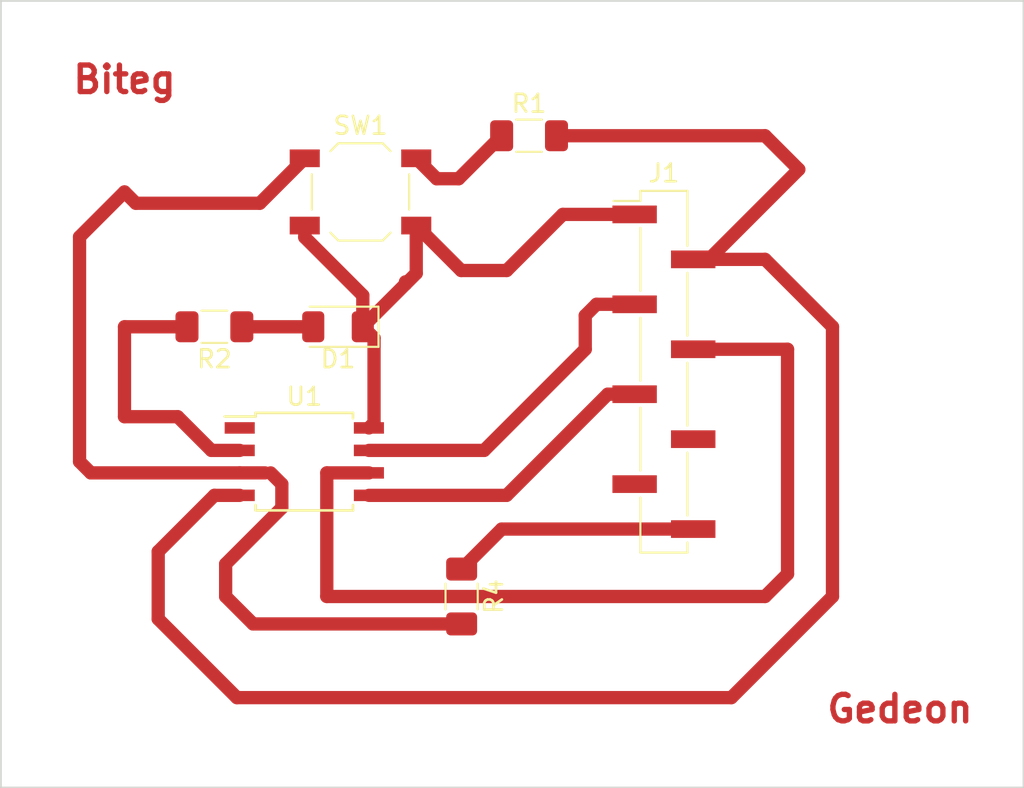
<source format=kicad_pcb>
(kicad_pcb (version 20211014) (generator pcbnew)
  (layers (0 "F.Cu" signal) (31 "B.Cu" signal) (34 "B.Paste" user) (35 "F.Paste" user) (36 "B.SilkS" user "B.Silkscreen") (37 "F.SilkS" user "F.Silkscreen") (38 "B.Mask" user) (39 "F.Mask" user) (44 "Edge.Cuts" user))
  (net 0 "")
  (net 1 "VCC")
  (net 2 "Net-(R2-Pad1)")
  (net 3 "GND")
  (net 4 "Net-(J1-Pad3)")
  (net 5 "Net-(J1-Pad4)")
  (net 6 "Net-(J1-Pad5)")
  (net 7 "Net-(R2-Pad2)")
  (net 8 "Net-(R1-Pad1)")
  (net 9 "Net-(J1-Pad8)")
  (net 10 "Net-(U1-Pad1)")
  (footprint "Button_Switch_SMD:SW_SPST_TL3342" (layer "F.Cu") (at 33.655 58.42)
    (fp_text reference "SW1" (at 0 -3.75) (layer "F.SilkS"))
    (fp_text value "SW_Push")
    (fp_line (start -1.25 -2.75) (end 1.25 -2.75) (layer "F.SilkS") (width 0.12))
    (fp_line (start 2.75 -1) (end 2.75 1) (layer "F.SilkS") (width 0.12))
    (fp_line (start -1.7 2.3) (end -1.25 2.75) (layer "F.SilkS") (width 0.12))
    (fp_line (start -2.75 -1) (end -2.75 1) (layer "F.SilkS") (width 0.12))
    (fp_line (start 1.7 2.3) (end 1.25 2.75) (layer "F.SilkS") (width 0.12))
    (fp_line (start -1.25 2.75) (end 1.25 2.75) (layer "F.SilkS") (width 0.12))
    (fp_line (start 1.7 -2.3) (end 1.25 -2.75) (layer "F.SilkS") (width 0.12))
    (fp_line (start -1.7 -2.3) (end -1.25 -2.75) (layer "F.SilkS") (width 0.12))
    (pad "1" smd rect (at 3.15 -1.9) (size 1.7 1) (layers "F.Cu" "F.Paste" "F.Mask") (net 8 "Net-(R1-Pad1)"))
    (pad "1" smd rect (at -3.15 -1.9) (size 1.7 1) (layers "F.Cu" "F.Paste" "F.Mask") (net 8 "Net-(R1-Pad1)"))
    (pad "2" smd rect (at -3.15 1.9) (size 1.7 1) (layers "F.Cu" "F.Paste" "F.Mask") (net 1 "VCC"))
    (pad "2" smd rect (at 3.15 1.9) (size 1.7 1) (layers "F.Cu" "F.Paste" "F.Mask") (net 1 "VCC"))
  )
  (footprint "Resistor_SMD:R_1206_3216Metric_Pad1.30x1.75mm_HandSolder" (layer "F.Cu") (at 39.37 81.28 -90)
    (fp_text reference "R4" (at 0 -1.82 90) (layer "F.SilkS"))
    (fp_text value "R")
    (fp_line (start -0.727064 -0.91) (end 0.727064 -0.91) (layer "F.SilkS") (width 0.12))
    (fp_line (start -0.727064 0.91) (end 0.727064 0.91) (layer "F.SilkS") (width 0.12))
    (pad "1" smd roundrect (at -1.55 0 270) (size 1.3 1.75) (layers "F.Cu" "F.Paste" "F.Mask") (roundrect_rratio 0.1923076923) (net 9 "Net-(J1-Pad8)"))
    (pad "2" smd roundrect (at 1.55 0 270) (size 1.3 1.75) (layers "F.Cu" "F.Paste" "F.Mask") (roundrect_rratio 0.1923076923) (net 8 "Net-(R1-Pad1)"))
  )
  (footprint "Resistor_SMD:R_1206_3216Metric_Pad1.30x1.75mm_HandSolder" (layer "F.Cu") (at 43.18 55.245)
    (fp_text reference "R1" (at 0 -1.82) (layer "F.SilkS"))
    (fp_text value "R_Small_US")
    (fp_line (start -0.727064 -0.91) (end 0.727064 -0.91) (layer "F.SilkS") (width 0.12))
    (fp_line (start -0.727064 0.91) (end 0.727064 0.91) (layer "F.SilkS") (width 0.12))
    (pad "1" smd roundrect (at -1.55 0) (size 1.3 1.75) (layers "F.Cu" "F.Paste" "F.Mask") (roundrect_rratio 0.1923076923) (net 8 "Net-(R1-Pad1)"))
    (pad "2" smd roundrect (at 1.55 0) (size 1.3 1.75) (layers "F.Cu" "F.Paste" "F.Mask") (roundrect_rratio 0.1923076923) (net 3 "GND"))
  )
  (footprint "Resistor_SMD:R_1206_3216Metric_Pad1.30x1.75mm_HandSolder" (layer "F.Cu") (at 25.4 66.04 180)
    (fp_text reference "R2" (at 0 -1.82) (layer "F.SilkS"))
    (fp_text value "R_Small_US")
    (fp_line (start -0.727064 -0.91) (end 0.727064 -0.91) (layer "F.SilkS") (width 0.12))
    (fp_line (start -0.727064 0.91) (end 0.727064 0.91) (layer "F.SilkS") (width 0.12))
    (pad "1" smd roundrect (at -1.55 0 180) (size 1.3 1.75) (layers "F.Cu" "F.Paste" "F.Mask") (roundrect_rratio 0.1923076923) (net 2 "Net-(R2-Pad1)"))
    (pad "2" smd roundrect (at 1.55 0 180) (size 1.3 1.75) (layers "F.Cu" "F.Paste" "F.Mask") (roundrect_rratio 0.1923076923) (net 7 "Net-(R2-Pad2)"))
  )
  (footprint "Connector_PinHeader_2.54mm:PinHeader_1x08_P2.54mm_Vertical_SMD_Pin1Left" (layer "F.Cu") (at 50.8 68.58)
    (fp_text reference "J1" (at 0 -11.22) (layer "F.SilkS"))
    (fp_text value "Conn_01x08_Female")
    (fp_line (start 1.33 -0.51) (end 1.33 3.05) (layer "F.SilkS") (width 0.12))
    (fp_line (start -1.33 10.22) (end 1.33 10.22) (layer "F.SilkS") (width 0.12))
    (fp_line (start -1.33 -8.13) (end -1.33 -4.57) (layer "F.SilkS") (width 0.12))
    (fp_line (start -1.33 -9.65) (end -2.85 -9.65) (layer "F.SilkS") (width 0.12))
    (fp_line (start -1.33 -10.22) (end 1.33 -10.22) (layer "F.SilkS") (width 0.12))
    (fp_line (start -1.33 2.03) (end -1.33 5.59) (layer "F.SilkS") (width 0.12))
    (fp_line (start 1.33 9.65) (end 1.33 10.22) (layer "F.SilkS") (width 0.12))
    (fp_line (start -1.33 -10.22) (end -1.33 -9.65) (layer "F.SilkS") (width 0.12))
    (fp_line (start 1.33 -5.59) (end 1.33 -2.03) (layer "F.SilkS") (width 0.12))
    (fp_line (start -1.33 7.11) (end -1.33 10.22) (layer "F.SilkS") (width 0.12))
    (fp_line (start -1.33 -3.05) (end -1.33 0.51) (layer "F.SilkS") (width 0.12))
    (fp_line (start 1.33 -10.22) (end 1.33 -7.11) (layer "F.SilkS") (width 0.12))
    (fp_line (start 1.33 4.57) (end 1.33 8.13) (layer "F.SilkS") (width 0.12))
    (pad "1" smd rect (at -1.655 -8.89) (size 2.51 1) (layers "F.Cu" "F.Paste" "F.Mask") (net 1 "VCC"))
    (pad "2" smd rect (at 1.655 -6.35) (size 2.51 1) (layers "F.Cu" "F.Paste" "F.Mask") (net 3 "GND"))
    (pad "3" smd rect (at -1.655 -3.81) (size 2.51 1) (layers "F.Cu" "F.Paste" "F.Mask") (net 4 "Net-(J1-Pad3)"))
    (pad "4" smd rect (at 1.655 -1.27) (size 2.51 1) (layers "F.Cu" "F.Paste" "F.Mask") (net 5 "Net-(J1-Pad4)"))
    (pad "5" smd rect (at -1.655 1.27) (size 2.51 1) (layers "F.Cu" "F.Paste" "F.Mask") (net 6 "Net-(J1-Pad5)"))
    (pad "6" smd rect (at 1.655 3.81) (size 2.51 1) (layers "F.Cu" "F.Paste" "F.Mask") (net 10 "Net-(U1-Pad1)"))
    (pad "7" smd rect (at -1.655 6.35) (size 2.51 1) (layers "F.Cu" "F.Paste" "F.Mask") (net 7 "Net-(R2-Pad2)"))
    (pad "8" smd rect (at 1.655 8.89) (size 2.51 1) (layers "F.Cu" "F.Paste" "F.Mask") (net 9 "Net-(J1-Pad8)"))
  )
  (footprint "Package_SO:SOIC-8W_5.3x5.3mm_P1.27mm" (layer "F.Cu") (at 30.48 73.66)
    (fp_text reference "U1" (at 0 -3.68) (layer "F.SilkS"))
    (fp_text value "ATtiny45V-10S")
    (fp_line (start -2.75 -2.755) (end 2.75 -2.755) (layer "F.SilkS") (width 0.15))
    (fp_line (start 2.75 -2.755) (end 2.75 -2.455) (layer "F.SilkS") (width 0.15))
    (fp_line (start -2.75 -2.55) (end -4.5 -2.55) (layer "F.SilkS") (width 0.15))
    (fp_line (start -2.75 2.755) (end 2.75 2.755) (layer "F.SilkS") (width 0.15))
    (fp_line (start -2.75 2.755) (end -2.75 2.455) (layer "F.SilkS") (width 0.15))
    (fp_line (start -2.75 -2.755) (end -2.75 -2.55) (layer "F.SilkS") (width 0.15))
    (fp_line (start 2.75 2.755) (end 2.75 2.455) (layer "F.SilkS") (width 0.15))
    (pad "1" smd rect (at -3.65 -1.905) (size 1.7 0.65) (layers "F.Cu" "F.Paste" "F.Mask") (net 10 "Net-(U1-Pad1)"))
    (pad "2" smd rect (at -3.65 -0.635) (size 1.7 0.65) (layers "F.Cu" "F.Paste" "F.Mask") (net 7 "Net-(R2-Pad2)"))
    (pad "3" smd rect (at -3.65 0.635) (size 1.7 0.65) (layers "F.Cu" "F.Paste" "F.Mask") (net 8 "Net-(R1-Pad1)"))
    (pad "4" smd rect (at -3.65 1.905) (size 1.7 0.65) (layers "F.Cu" "F.Paste" "F.Mask") (net 3 "GND"))
    (pad "5" smd rect (at 3.65 1.905) (size 1.7 0.65) (layers "F.Cu" "F.Paste" "F.Mask") (net 6 "Net-(J1-Pad5)"))
    (pad "6" smd rect (at 3.65 0.635) (size 1.7 0.65) (layers "F.Cu" "F.Paste" "F.Mask") (net 5 "Net-(J1-Pad4)"))
    (pad "7" smd rect (at 3.65 -0.635) (size 1.7 0.65) (layers "F.Cu" "F.Paste" "F.Mask") (net 4 "Net-(J1-Pad3)"))
    (pad "8" smd rect (at 3.65 -1.905) (size 1.7 0.65) (layers "F.Cu" "F.Paste" "F.Mask") (net 1 "VCC"))
  )
  (footprint "LED_SMD:LED_1206_3216Metric" (layer "F.Cu") (at 32.385 66.04 180)
    (fp_text reference "D1" (at 0 -1.82) (layer "F.SilkS"))
    (fp_text value "LED")
    (fp_line (start -2.285 -1.135) (end -2.285 1.135) (layer "F.SilkS") (width 0.12))
    (fp_line (start -2.285 1.135) (end 1.6 1.135) (layer "F.SilkS") (width 0.12))
    (fp_line (start 1.6 -1.135) (end -2.285 -1.135) (layer "F.SilkS") (width 0.12))
    (pad "1" smd roundrect (at -1.4 0 180) (size 1.25 1.75) (layers "F.Cu" "F.Paste" "F.Mask") (roundrect_rratio 0.2) (net 1 "VCC"))
    (pad "2" smd roundrect (at 1.4 0 180) (size 1.25 1.75) (layers "F.Cu" "F.Paste" "F.Mask") (roundrect_rratio 0.2) (net 2 "Net-(R2-Pad1)"))
  )
  (gr_rect (start 13.335 47.625) (end 71.12 92.075) (layer "Edge.Cuts") (width 0.1) (fill none))
  (gr_text "Biteg" (at 20.32 52.07) (layer "F.Cu") (effects (font (size 1.5 1.5) (thickness 0.3))))
  (gr_text "Gedeon" (at 64.135 87.63) (layer "F.Cu") (effects (font (size 1.5 1.5) (thickness 0.3))))
  (segment (start 30.505 60.985) (end 33.785 64.265) (width 0.75) (layer "F.Cu") (net 1))
  (segment (start 33.785 66.04) (end 34.42 66.675) (width 0.75) (layer "F.Cu") (net 1))
  (segment (start 39.345 62.86) (end 41.915 62.86) (width 0.75) (layer "F.Cu") (net 1))
  (segment (start 45.085 59.69) (end 49.145 59.69) (width 0.75) (layer "F.Cu") (net 1))
  (segment (start 34.42 71.465) (end 34.13 71.755) (width 0.75) (layer "F.Cu") (net 1))
  (segment (start 41.915 62.86) (end 45.085 59.69) (width 0.75) (layer "F.Cu") (net 1))
  (segment (start 36.805 60.32) (end 39.345 62.86) (width 0.75) (layer "F.Cu") (net 1))
  (segment (start 36.805 63.02) (end 36.805 60.32) (width 0.75) (layer "F.Cu") (net 1))
  (segment (start 36.195 63.5) (end 36.195 63.63) (width 0.75) (layer "F.Cu") (net 1))
  (segment (start 34.42 66.675) (end 34.42 71.465) (width 0.75) (layer "F.Cu") (net 1))
  (segment (start 33.785 64.265) (end 33.785 66.04) (width 0.75) (layer "F.Cu") (net 1))
  (segment (start 36.195 63.63) (end 33.785 66.04) (width 0.75) (layer "F.Cu") (net 1))
  (segment (start 30.505 60.32) (end 30.505 60.985) (width 0.75) (layer "F.Cu") (net 1))
  (segment (start 36.195 63.63) (end 36.805 63.02) (width 0.75) (layer "F.Cu") (net 1))
  (segment (start 30.985 66.04) (end 26.95 66.04) (width 0.75) (layer "F.Cu") (net 2))
  (segment (start 56.515 62.23) (end 52.455 62.23) (width 0.75) (layer "F.Cu") (net 3))
  (segment (start 56.515 55.245) (end 44.73 55.245) (width 0.75) (layer "F.Cu") (net 3))
  (segment (start 22.225 78.74) (end 22.225 82.55) (width 0.75) (layer "F.Cu") (net 3))
  (segment (start 25.4 75.565) (end 22.225 78.74) (width 0.75) (layer "F.Cu") (net 3))
  (segment (start 26.83 75.565) (end 25.4 75.565) (width 0.75) (layer "F.Cu") (net 3))
  (segment (start 60.325 81.28) (end 60.325 66.04) (width 0.75) (layer "F.Cu") (net 3))
  (segment (start 53.34 62.23) (end 58.42 57.15) (width 0.75) (layer "F.Cu") (net 3))
  (segment (start 22.225 82.55) (end 26.67 86.995) (width 0.75) (layer "F.Cu") (net 3))
  (segment (start 60.325 66.04) (end 56.515 62.23) (width 0.75) (layer "F.Cu") (net 3))
  (segment (start 54.61 86.995) (end 60.325 81.28) (width 0.75) (layer "F.Cu") (net 3))
  (segment (start 52.455 62.23) (end 53.34 62.23) (width 0.75) (layer "F.Cu") (net 3))
  (segment (start 58.42 57.15) (end 56.515 55.245) (width 0.75) (layer "F.Cu") (net 3))
  (segment (start 26.67 86.995) (end 54.61 86.995) (width 0.75) (layer "F.Cu") (net 3))
  (segment (start 34.13 73.025) (end 40.64 73.025) (width 0.75) (layer "F.Cu") (net 4))
  (segment (start 46.355 65.405) (end 46.99 64.77) (width 0.75) (layer "F.Cu") (net 4))
  (segment (start 40.64 73.025) (end 46.355 67.31) (width 0.75) (layer "F.Cu") (net 4))
  (segment (start 46.99 64.77) (end 49.145 64.77) (width 0.75) (layer "F.Cu") (net 4))
  (segment (start 46.355 67.31) (end 46.355 65.405) (width 0.75) (layer "F.Cu") (net 4))
  (segment (start 34.13 74.295) (end 31.75 74.295) (width 0.75) (layer "F.Cu") (net 5))
  (segment (start 57.785 80.01) (end 57.785 67.31) (width 0.75) (layer "F.Cu") (net 5))
  (segment (start 56.515 81.28) (end 57.785 80.01) (width 0.75) (layer "F.Cu") (net 5))
  (segment (start 57.785 67.31) (end 52.455 67.31) (width 0.75) (layer "F.Cu") (net 5))
  (segment (start 31.75 81.28) (end 56.515 81.28) (width 0.75) (layer "F.Cu") (net 5))
  (segment (start 31.75 74.295) (end 31.75 81.28) (width 0.75) (layer "F.Cu") (net 5))
  (segment (start 41.91 75.565) (end 47.625 69.85) (width 0.75) (layer "F.Cu") (net 6))
  (segment (start 47.625 69.85) (end 49.145 69.85) (width 0.75) (layer "F.Cu") (net 6))
  (segment (start 34.13 75.565) (end 41.91 75.565) (width 0.75) (layer "F.Cu") (net 6))
  (segment (start 26.83 73.025) (end 25.23 73.025) (width 0.75) (layer "F.Cu") (net 7))
  (segment (start 20.32 66.04) (end 23.85 66.04) (width 0.75) (layer "F.Cu") (net 7))
  (segment (start 20.32 71.12) (end 20.32 66.04) (width 0.75) (layer "F.Cu") (net 7))
  (segment (start 23.325 71.12) (end 20.32 71.12) (width 0.75) (layer "F.Cu") (net 7))
  (segment (start 25.23 73.025) (end 23.325 71.12) (width 0.75) (layer "F.Cu") (net 7))
  (segment (start 29.21 76.268953) (end 29.21 74.93) (width 0.75) (layer "F.Cu") (net 8))
  (segment (start 29.21 74.93) (end 28.575 74.295) (width 0.75) (layer "F.Cu") (net 8))
  (segment (start 27.585 82.83) (end 26.035 81.28) (width 0.75) (layer "F.Cu") (net 8))
  (segment (start 26.83 74.295) (end 18.415 74.295) (width 0.75) (layer "F.Cu") (net 8))
  (segment (start 18.415 74.295) (end 17.78 73.66) (width 0.75) (layer "F.Cu") (net 8))
  (segment (start 17.78 73.66) (end 17.78 60.96) (width 0.75) (layer "F.Cu") (net 8))
  (segment (start 39.2 57.675) (end 41.63 55.245) (width 0.75) (layer "F.Cu") (net 8))
  (segment (start 17.78 60.96) (end 20.32 58.42) (width 0.75) (layer "F.Cu") (net 8))
  (segment (start 36.805 56.52) (end 37.96 57.675) (width 0.75) (layer "F.Cu") (net 8))
  (segment (start 39.37 82.83) (end 27.585 82.83) (width 0.75) (layer "F.Cu") (net 8))
  (segment (start 37.96 57.675) (end 39.2 57.675) (width 0.75) (layer "F.Cu") (net 8))
  (segment (start 26.035 79.443953) (end 29.21 76.268953) (width 0.75) (layer "F.Cu") (net 8))
  (segment (start 28.26048 74.295) (end 26.83 74.295) (width 0.75) (layer "F.Cu") (net 8))
  (segment (start 20.96 59.06) (end 27.965 59.06) (width 0.75) (layer "F.Cu") (net 8))
  (segment (start 20.32 58.42) (end 20.96 59.06) (width 0.75) (layer "F.Cu") (net 8))
  (segment (start 27.965 59.06) (end 30.505 56.52) (width 0.75) (layer "F.Cu") (net 8))
  (segment (start 26.035 81.28) (end 26.035 79.443953) (width 0.75) (layer "F.Cu") (net 8))
  (segment (start 39.37 79.73) (end 41.63 77.47) (width 0.75) (layer "F.Cu") (net 9))
  (segment (start 41.63 77.47) (end 52.455 77.47) (width 0.75) (layer "F.Cu") (net 9))
)
</source>
